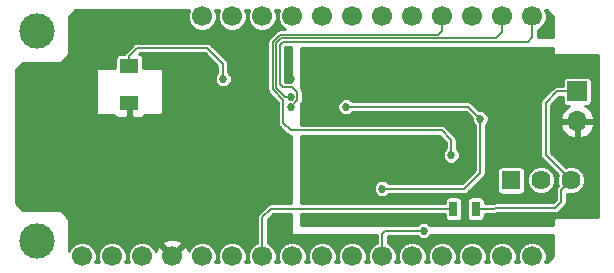
<source format=gbl>
G04 #@! TF.GenerationSoftware,KiCad,Pcbnew,(5.0.0-rc2-dev-444-g2974a2c10)*
G04 #@! TF.CreationDate,2019-10-20T12:44:52-07:00*
G04 #@! TF.ProjectId,Waveform_Gen_ADSR,57617665666F726D5F47656E5F414453,v00*
G04 #@! TF.SameCoordinates,Original*
G04 #@! TF.FileFunction,Copper,L2,Bot,Signal*
G04 #@! TF.FilePolarity,Positive*
%FSLAX46Y46*%
G04 Gerber Fmt 4.6, Leading zero omitted, Abs format (unit mm)*
G04 Created by KiCad (PCBNEW (5.0.0-rc2-dev-444-g2974a2c10)) date 10/20/19 12:44:52*
%MOMM*%
%LPD*%
G01*
G04 APERTURE LIST*
%ADD10R,1.600000X1.200000*%
%ADD11C,3.000000*%
%ADD12C,1.700000*%
%ADD13O,1.700000X1.700000*%
%ADD14R,1.700000X1.700000*%
%ADD15C,1.620000*%
%ADD16R,1.620000X1.620000*%
%ADD17R,0.700000X1.300000*%
%ADD18C,0.685800*%
%ADD19C,0.152400*%
%ADD20C,0.254000*%
G04 APERTURE END LIST*
D10*
X105591600Y-100681400D03*
X105591600Y-103881400D03*
D11*
X97790000Y-97790000D03*
X97790000Y-115570000D03*
D12*
X139700000Y-96520000D03*
X137160000Y-96520000D03*
X134620000Y-96520000D03*
X132080000Y-96520000D03*
X129540000Y-96520000D03*
X127000000Y-96520000D03*
X124460000Y-96520000D03*
X121920000Y-96520000D03*
X119380000Y-96520000D03*
X116840000Y-96520000D03*
X114300000Y-96520000D03*
X111760000Y-96520000D03*
X139700000Y-116840000D03*
X137160000Y-116840000D03*
X134620000Y-116840000D03*
X132080000Y-116840000D03*
X129540000Y-116840000D03*
X127000000Y-116840000D03*
X124460000Y-116840000D03*
X121920000Y-116840000D03*
X119380000Y-116840000D03*
X116840000Y-116840000D03*
X114300000Y-116840000D03*
X111760000Y-116840000D03*
X109220000Y-116840000D03*
X106680000Y-116840000D03*
X104140000Y-116840000D03*
X101600000Y-116840000D03*
D13*
X143510000Y-105410000D03*
D14*
X143510000Y-102870000D03*
D15*
X142980000Y-110400000D03*
X140440000Y-110400000D03*
D16*
X137900000Y-110400000D03*
D17*
X134935000Y-112801400D03*
X133035000Y-112801400D03*
D18*
X109750000Y-110350000D03*
X119253000Y-101777800D03*
X97155000Y-101600000D03*
X97155000Y-111760000D03*
X102870000Y-115316000D03*
X140970000Y-97790000D03*
X128270000Y-115443000D03*
X115570000Y-115062000D03*
X110236000Y-97790000D03*
X125730000Y-115443000D03*
X140970000Y-115443000D03*
X133350000Y-115443000D03*
X123926600Y-104165400D03*
X135300000Y-105181400D03*
X126999400Y-111099000D03*
X121412000Y-100076000D03*
X121412000Y-105156000D03*
X121412000Y-108331000D03*
X131902200Y-100609400D03*
X127000000Y-113715800D03*
X144424400Y-112801400D03*
X133908800Y-106451400D03*
X113538000Y-101803200D03*
X130505200Y-114655600D03*
X132842000Y-108254800D03*
X119253000Y-103301800D03*
X119253000Y-104165400D03*
D19*
X134284000Y-104165400D02*
X135300000Y-105181400D01*
X123926600Y-104165400D02*
X134284000Y-104165400D01*
X127484333Y-111099000D02*
X127484933Y-111099600D01*
X126999400Y-111099000D02*
X127484333Y-111099000D01*
X127484933Y-111099600D02*
X133934200Y-111099600D01*
X135300000Y-109733800D02*
X135300000Y-105181400D01*
X133934200Y-111099600D02*
X135300000Y-109733800D01*
X113538000Y-101318267D02*
X113512600Y-101292867D01*
X113538000Y-101803200D02*
X113538000Y-101318267D01*
X113512600Y-101292867D02*
X113512600Y-100507800D01*
X113512600Y-100507800D02*
X112191800Y-99187000D01*
X112191800Y-99187000D02*
X106273600Y-99187000D01*
X105591600Y-99869000D02*
X105591600Y-100681400D01*
X106273600Y-99187000D02*
X105591600Y-99869000D01*
X142980000Y-110400000D02*
X140843000Y-108263000D01*
X140843000Y-108263000D02*
X140843000Y-103809800D01*
X141782800Y-102870000D02*
X143510000Y-102870000D01*
X140843000Y-103809800D02*
X141782800Y-102870000D01*
X142170001Y-111209999D02*
X142170001Y-112210999D01*
X142980000Y-110400000D02*
X142170001Y-111209999D01*
X136555000Y-112725200D02*
X141655800Y-112725200D01*
X142170001Y-112210999D02*
X141655800Y-112725200D01*
X136478800Y-112801400D02*
X136555000Y-112725200D01*
X136478800Y-112801400D02*
X134935000Y-112801400D01*
X116840000Y-116840000D02*
X116840000Y-115637919D01*
X116840000Y-116840000D02*
X116840000Y-113538000D01*
X117576600Y-112801400D02*
X121412000Y-112801400D01*
X116840000Y-113538000D02*
X117576600Y-112801400D01*
X133035000Y-112801400D02*
X121412000Y-112801400D01*
X121412000Y-112801400D02*
X121310400Y-112801400D01*
X127000000Y-116840000D02*
X127000000Y-114935000D01*
X127279400Y-114655600D02*
X130505200Y-114655600D01*
X127000000Y-114935000D02*
X127279400Y-114655600D01*
X132842000Y-108254800D02*
X132842000Y-108254800D01*
X132842000Y-106984800D02*
X132842000Y-108254800D01*
X118643400Y-105562400D02*
X119253000Y-106172000D01*
X118643400Y-104600380D02*
X118643400Y-105562400D01*
X118641810Y-104598790D02*
X118643400Y-104600380D01*
X118641810Y-103606609D02*
X118641810Y-104598790D01*
X132080000Y-96520000D02*
X132080000Y-97722081D01*
X119253000Y-106172000D02*
X132029200Y-106172000D01*
X132080000Y-97722081D02*
X131732701Y-98069380D01*
X131732701Y-98069380D02*
X118338619Y-98069381D01*
X132029200Y-106172000D02*
X132842000Y-106984800D01*
X117729000Y-98679000D02*
X117729001Y-102693800D01*
X118338619Y-98069381D02*
X117729000Y-98679000D01*
X117729001Y-102693800D02*
X118641810Y-103606609D01*
X137160000Y-97840800D02*
X137160000Y-96520000D01*
X136880600Y-98120200D02*
X137160000Y-97840800D01*
X136626610Y-98374190D02*
X137160000Y-97840800D01*
X121285744Y-98374190D02*
X122199400Y-98374190D01*
X122199400Y-98374190D02*
X136626610Y-98374190D01*
X118464876Y-98374190D02*
X122199400Y-98374190D01*
X118033810Y-98805256D02*
X118464876Y-98374190D01*
X118033810Y-102567543D02*
X118033810Y-98805256D01*
X118768067Y-103301800D02*
X118033810Y-102567543D01*
X119253000Y-103301800D02*
X118768067Y-103301800D01*
X139700000Y-98298000D02*
X139700000Y-96520000D01*
X139319000Y-98679000D02*
X139700000Y-98298000D01*
X118591132Y-98679000D02*
X139319000Y-98679000D01*
X118338620Y-98931512D02*
X118591132Y-98679000D01*
X119824501Y-103593899D02*
X119824501Y-102908101D01*
X119824501Y-102908101D02*
X119405400Y-102489000D01*
X119405400Y-102489000D02*
X118567200Y-102489000D01*
X118567200Y-102489000D02*
X118338620Y-102260420D01*
X119253000Y-104165400D02*
X119824501Y-103593899D01*
X118338620Y-102260420D02*
X118338620Y-98931512D01*
D20*
G36*
X141478000Y-99695000D02*
X141487667Y-99743601D01*
X141515197Y-99784803D01*
X141556399Y-99812333D01*
X141605000Y-99822000D01*
X145288000Y-99822000D01*
X145288000Y-113538000D01*
X141605000Y-113538000D01*
X141556399Y-113547667D01*
X141515197Y-113575197D01*
X141487667Y-113616399D01*
X141478000Y-113665000D01*
X141478000Y-114173000D01*
X131046349Y-114173000D01*
X130915256Y-114041907D01*
X130649193Y-113931700D01*
X130361207Y-113931700D01*
X130095144Y-114041907D01*
X129964051Y-114173000D01*
X120142000Y-114173000D01*
X120142000Y-113258600D01*
X132296536Y-113258600D01*
X132296536Y-113451400D01*
X132326106Y-113600059D01*
X132410314Y-113726086D01*
X132536341Y-113810294D01*
X132685000Y-113839864D01*
X133385000Y-113839864D01*
X133533659Y-113810294D01*
X133659686Y-113726086D01*
X133743894Y-113600059D01*
X133773464Y-113451400D01*
X133773464Y-112151400D01*
X134196536Y-112151400D01*
X134196536Y-113451400D01*
X134226106Y-113600059D01*
X134310314Y-113726086D01*
X134436341Y-113810294D01*
X134585000Y-113839864D01*
X135285000Y-113839864D01*
X135433659Y-113810294D01*
X135559686Y-113726086D01*
X135643894Y-113600059D01*
X135673464Y-113451400D01*
X135673464Y-113258600D01*
X136433770Y-113258600D01*
X136478800Y-113267557D01*
X136523830Y-113258600D01*
X136657191Y-113232073D01*
X136731532Y-113182400D01*
X141610770Y-113182400D01*
X141655800Y-113191357D01*
X141700830Y-113182400D01*
X141834191Y-113155873D01*
X141985423Y-113054823D01*
X142010932Y-113016646D01*
X142461450Y-112566129D01*
X142499624Y-112540622D01*
X142600674Y-112389390D01*
X142624820Y-112268000D01*
X142636158Y-112211000D01*
X142627201Y-112165970D01*
X142627201Y-111542995D01*
X142743095Y-111591000D01*
X143216905Y-111591000D01*
X143654647Y-111409681D01*
X143989681Y-111074647D01*
X144171000Y-110636905D01*
X144171000Y-110163095D01*
X143989681Y-109725353D01*
X143654647Y-109390319D01*
X143216905Y-109209000D01*
X142743095Y-109209000D01*
X142525648Y-109299070D01*
X141300200Y-108073622D01*
X141300200Y-105766890D01*
X142068524Y-105766890D01*
X142238355Y-106176924D01*
X142628642Y-106605183D01*
X143153108Y-106851486D01*
X143383000Y-106730819D01*
X143383000Y-105537000D01*
X143637000Y-105537000D01*
X143637000Y-106730819D01*
X143866892Y-106851486D01*
X144391358Y-106605183D01*
X144781645Y-106176924D01*
X144951476Y-105766890D01*
X144830155Y-105537000D01*
X143637000Y-105537000D01*
X143383000Y-105537000D01*
X142189845Y-105537000D01*
X142068524Y-105766890D01*
X141300200Y-105766890D01*
X141300200Y-103999178D01*
X141972179Y-103327200D01*
X142271536Y-103327200D01*
X142271536Y-103720000D01*
X142301106Y-103868659D01*
X142385314Y-103994686D01*
X142511341Y-104078894D01*
X142660000Y-104108464D01*
X142855105Y-104108464D01*
X142628642Y-104214817D01*
X142238355Y-104643076D01*
X142068524Y-105053110D01*
X142189845Y-105283000D01*
X143383000Y-105283000D01*
X143383000Y-105263000D01*
X143637000Y-105263000D01*
X143637000Y-105283000D01*
X144830155Y-105283000D01*
X144951476Y-105053110D01*
X144781645Y-104643076D01*
X144391358Y-104214817D01*
X144164895Y-104108464D01*
X144360000Y-104108464D01*
X144508659Y-104078894D01*
X144634686Y-103994686D01*
X144718894Y-103868659D01*
X144748464Y-103720000D01*
X144748464Y-102020000D01*
X144718894Y-101871341D01*
X144634686Y-101745314D01*
X144508659Y-101661106D01*
X144360000Y-101631536D01*
X142660000Y-101631536D01*
X142511341Y-101661106D01*
X142385314Y-101745314D01*
X142301106Y-101871341D01*
X142271536Y-102020000D01*
X142271536Y-102412800D01*
X141827830Y-102412800D01*
X141782800Y-102403843D01*
X141737770Y-102412800D01*
X141604409Y-102439327D01*
X141453177Y-102540377D01*
X141427670Y-102578551D01*
X140551552Y-103454670D01*
X140513378Y-103480177D01*
X140487871Y-103518351D01*
X140487870Y-103518352D01*
X140412327Y-103631410D01*
X140376843Y-103809800D01*
X140385801Y-103854835D01*
X140385800Y-108217970D01*
X140376843Y-108263000D01*
X140385800Y-108308029D01*
X140412327Y-108441390D01*
X140513377Y-108592623D01*
X140551554Y-108618132D01*
X141879070Y-109945648D01*
X141789000Y-110163095D01*
X141789000Y-110636905D01*
X141879070Y-110854352D01*
X141878555Y-110854867D01*
X141840378Y-110880376D01*
X141739329Y-111031608D01*
X141739328Y-111031609D01*
X141703844Y-111209999D01*
X141712801Y-111255029D01*
X141712802Y-112021620D01*
X141466422Y-112268000D01*
X136600029Y-112268000D01*
X136554999Y-112259043D01*
X136460038Y-112277932D01*
X136376609Y-112294527D01*
X136302268Y-112344200D01*
X135673464Y-112344200D01*
X135673464Y-112151400D01*
X135643894Y-112002741D01*
X135559686Y-111876714D01*
X135433659Y-111792506D01*
X135285000Y-111762936D01*
X134585000Y-111762936D01*
X134436341Y-111792506D01*
X134310314Y-111876714D01*
X134226106Y-112002741D01*
X134196536Y-112151400D01*
X133773464Y-112151400D01*
X133743894Y-112002741D01*
X133659686Y-111876714D01*
X133533659Y-111792506D01*
X133385000Y-111762936D01*
X132685000Y-111762936D01*
X132536341Y-111792506D01*
X132410314Y-111876714D01*
X132326106Y-112002741D01*
X132296536Y-112151400D01*
X132296536Y-112344200D01*
X120142000Y-112344200D01*
X120142000Y-106629200D01*
X131839822Y-106629200D01*
X132384800Y-107174179D01*
X132384801Y-107688250D01*
X132228307Y-107844744D01*
X132118100Y-108110807D01*
X132118100Y-108398793D01*
X132228307Y-108664856D01*
X132431944Y-108868493D01*
X132698007Y-108978700D01*
X132985993Y-108978700D01*
X133252056Y-108868493D01*
X133455693Y-108664856D01*
X133565900Y-108398793D01*
X133565900Y-108110807D01*
X133455693Y-107844744D01*
X133299200Y-107688251D01*
X133299200Y-107029830D01*
X133308157Y-106984800D01*
X133272673Y-106806409D01*
X133197130Y-106693351D01*
X133171623Y-106655177D01*
X133133449Y-106629670D01*
X132384332Y-105880554D01*
X132358823Y-105842377D01*
X132207591Y-105741327D01*
X132074230Y-105714800D01*
X132029200Y-105705843D01*
X131984170Y-105714800D01*
X120142000Y-105714800D01*
X120142000Y-104021407D01*
X123202700Y-104021407D01*
X123202700Y-104309393D01*
X123312907Y-104575456D01*
X123516544Y-104779093D01*
X123782607Y-104889300D01*
X124070593Y-104889300D01*
X124336656Y-104779093D01*
X124493149Y-104622600D01*
X134094622Y-104622600D01*
X134576100Y-105104079D01*
X134576100Y-105325393D01*
X134686307Y-105591456D01*
X134842801Y-105747950D01*
X134842800Y-109544421D01*
X133744822Y-110642400D01*
X127566549Y-110642400D01*
X127409456Y-110485307D01*
X127143393Y-110375100D01*
X126855407Y-110375100D01*
X126589344Y-110485307D01*
X126385707Y-110688944D01*
X126275500Y-110955007D01*
X126275500Y-111242993D01*
X126385707Y-111509056D01*
X126589344Y-111712693D01*
X126855407Y-111822900D01*
X127143393Y-111822900D01*
X127409456Y-111712693D01*
X127565349Y-111556800D01*
X133889170Y-111556800D01*
X133934200Y-111565757D01*
X133979230Y-111556800D01*
X134112591Y-111530273D01*
X134263823Y-111429223D01*
X134289332Y-111391046D01*
X135591449Y-110088930D01*
X135629623Y-110063423D01*
X135730673Y-109912191D01*
X135757200Y-109778830D01*
X135757200Y-109778829D01*
X135766157Y-109733800D01*
X135757200Y-109688770D01*
X135757200Y-109590000D01*
X136701536Y-109590000D01*
X136701536Y-111210000D01*
X136731106Y-111358659D01*
X136815314Y-111484686D01*
X136941341Y-111568894D01*
X137090000Y-111598464D01*
X138710000Y-111598464D01*
X138858659Y-111568894D01*
X138984686Y-111484686D01*
X139068894Y-111358659D01*
X139098464Y-111210000D01*
X139098464Y-110163095D01*
X139249000Y-110163095D01*
X139249000Y-110636905D01*
X139430319Y-111074647D01*
X139765353Y-111409681D01*
X140203095Y-111591000D01*
X140676905Y-111591000D01*
X141114647Y-111409681D01*
X141449681Y-111074647D01*
X141631000Y-110636905D01*
X141631000Y-110163095D01*
X141449681Y-109725353D01*
X141114647Y-109390319D01*
X140676905Y-109209000D01*
X140203095Y-109209000D01*
X139765353Y-109390319D01*
X139430319Y-109725353D01*
X139249000Y-110163095D01*
X139098464Y-110163095D01*
X139098464Y-109590000D01*
X139068894Y-109441341D01*
X138984686Y-109315314D01*
X138858659Y-109231106D01*
X138710000Y-109201536D01*
X137090000Y-109201536D01*
X136941341Y-109231106D01*
X136815314Y-109315314D01*
X136731106Y-109441341D01*
X136701536Y-109590000D01*
X135757200Y-109590000D01*
X135757200Y-105747949D01*
X135913693Y-105591456D01*
X136023900Y-105325393D01*
X136023900Y-105037407D01*
X135913693Y-104771344D01*
X135710056Y-104567707D01*
X135443993Y-104457500D01*
X135222679Y-104457500D01*
X134639132Y-103873954D01*
X134613623Y-103835777D01*
X134462391Y-103734727D01*
X134329030Y-103708200D01*
X134284000Y-103699243D01*
X134238970Y-103708200D01*
X124493149Y-103708200D01*
X124336656Y-103551707D01*
X124070593Y-103441500D01*
X123782607Y-103441500D01*
X123516544Y-103551707D01*
X123312907Y-103755344D01*
X123202700Y-104021407D01*
X120142000Y-104021407D01*
X120142000Y-103931623D01*
X120154124Y-103923522D01*
X120255174Y-103772290D01*
X120281701Y-103638929D01*
X120281701Y-103638925D01*
X120290657Y-103593900D01*
X120281701Y-103548875D01*
X120281701Y-102953130D01*
X120290658Y-102908100D01*
X120255174Y-102729710D01*
X120179631Y-102616652D01*
X120154124Y-102578478D01*
X120142000Y-102570377D01*
X120142000Y-99187000D01*
X141478000Y-99187000D01*
X141478000Y-99695000D01*
X141478000Y-99695000D01*
G37*
X141478000Y-99695000D02*
X141487667Y-99743601D01*
X141515197Y-99784803D01*
X141556399Y-99812333D01*
X141605000Y-99822000D01*
X145288000Y-99822000D01*
X145288000Y-113538000D01*
X141605000Y-113538000D01*
X141556399Y-113547667D01*
X141515197Y-113575197D01*
X141487667Y-113616399D01*
X141478000Y-113665000D01*
X141478000Y-114173000D01*
X131046349Y-114173000D01*
X130915256Y-114041907D01*
X130649193Y-113931700D01*
X130361207Y-113931700D01*
X130095144Y-114041907D01*
X129964051Y-114173000D01*
X120142000Y-114173000D01*
X120142000Y-113258600D01*
X132296536Y-113258600D01*
X132296536Y-113451400D01*
X132326106Y-113600059D01*
X132410314Y-113726086D01*
X132536341Y-113810294D01*
X132685000Y-113839864D01*
X133385000Y-113839864D01*
X133533659Y-113810294D01*
X133659686Y-113726086D01*
X133743894Y-113600059D01*
X133773464Y-113451400D01*
X133773464Y-112151400D01*
X134196536Y-112151400D01*
X134196536Y-113451400D01*
X134226106Y-113600059D01*
X134310314Y-113726086D01*
X134436341Y-113810294D01*
X134585000Y-113839864D01*
X135285000Y-113839864D01*
X135433659Y-113810294D01*
X135559686Y-113726086D01*
X135643894Y-113600059D01*
X135673464Y-113451400D01*
X135673464Y-113258600D01*
X136433770Y-113258600D01*
X136478800Y-113267557D01*
X136523830Y-113258600D01*
X136657191Y-113232073D01*
X136731532Y-113182400D01*
X141610770Y-113182400D01*
X141655800Y-113191357D01*
X141700830Y-113182400D01*
X141834191Y-113155873D01*
X141985423Y-113054823D01*
X142010932Y-113016646D01*
X142461450Y-112566129D01*
X142499624Y-112540622D01*
X142600674Y-112389390D01*
X142624820Y-112268000D01*
X142636158Y-112211000D01*
X142627201Y-112165970D01*
X142627201Y-111542995D01*
X142743095Y-111591000D01*
X143216905Y-111591000D01*
X143654647Y-111409681D01*
X143989681Y-111074647D01*
X144171000Y-110636905D01*
X144171000Y-110163095D01*
X143989681Y-109725353D01*
X143654647Y-109390319D01*
X143216905Y-109209000D01*
X142743095Y-109209000D01*
X142525648Y-109299070D01*
X141300200Y-108073622D01*
X141300200Y-105766890D01*
X142068524Y-105766890D01*
X142238355Y-106176924D01*
X142628642Y-106605183D01*
X143153108Y-106851486D01*
X143383000Y-106730819D01*
X143383000Y-105537000D01*
X143637000Y-105537000D01*
X143637000Y-106730819D01*
X143866892Y-106851486D01*
X144391358Y-106605183D01*
X144781645Y-106176924D01*
X144951476Y-105766890D01*
X144830155Y-105537000D01*
X143637000Y-105537000D01*
X143383000Y-105537000D01*
X142189845Y-105537000D01*
X142068524Y-105766890D01*
X141300200Y-105766890D01*
X141300200Y-103999178D01*
X141972179Y-103327200D01*
X142271536Y-103327200D01*
X142271536Y-103720000D01*
X142301106Y-103868659D01*
X142385314Y-103994686D01*
X142511341Y-104078894D01*
X142660000Y-104108464D01*
X142855105Y-104108464D01*
X142628642Y-104214817D01*
X142238355Y-104643076D01*
X142068524Y-105053110D01*
X142189845Y-105283000D01*
X143383000Y-105283000D01*
X143383000Y-105263000D01*
X143637000Y-105263000D01*
X143637000Y-105283000D01*
X144830155Y-105283000D01*
X144951476Y-105053110D01*
X144781645Y-104643076D01*
X144391358Y-104214817D01*
X144164895Y-104108464D01*
X144360000Y-104108464D01*
X144508659Y-104078894D01*
X144634686Y-103994686D01*
X144718894Y-103868659D01*
X144748464Y-103720000D01*
X144748464Y-102020000D01*
X144718894Y-101871341D01*
X144634686Y-101745314D01*
X144508659Y-101661106D01*
X144360000Y-101631536D01*
X142660000Y-101631536D01*
X142511341Y-101661106D01*
X142385314Y-101745314D01*
X142301106Y-101871341D01*
X142271536Y-102020000D01*
X142271536Y-102412800D01*
X141827830Y-102412800D01*
X141782800Y-102403843D01*
X141737770Y-102412800D01*
X141604409Y-102439327D01*
X141453177Y-102540377D01*
X141427670Y-102578551D01*
X140551552Y-103454670D01*
X140513378Y-103480177D01*
X140487871Y-103518351D01*
X140487870Y-103518352D01*
X140412327Y-103631410D01*
X140376843Y-103809800D01*
X140385801Y-103854835D01*
X140385800Y-108217970D01*
X140376843Y-108263000D01*
X140385800Y-108308029D01*
X140412327Y-108441390D01*
X140513377Y-108592623D01*
X140551554Y-108618132D01*
X141879070Y-109945648D01*
X141789000Y-110163095D01*
X141789000Y-110636905D01*
X141879070Y-110854352D01*
X141878555Y-110854867D01*
X141840378Y-110880376D01*
X141739329Y-111031608D01*
X141739328Y-111031609D01*
X141703844Y-111209999D01*
X141712801Y-111255029D01*
X141712802Y-112021620D01*
X141466422Y-112268000D01*
X136600029Y-112268000D01*
X136554999Y-112259043D01*
X136460038Y-112277932D01*
X136376609Y-112294527D01*
X136302268Y-112344200D01*
X135673464Y-112344200D01*
X135673464Y-112151400D01*
X135643894Y-112002741D01*
X135559686Y-111876714D01*
X135433659Y-111792506D01*
X135285000Y-111762936D01*
X134585000Y-111762936D01*
X134436341Y-111792506D01*
X134310314Y-111876714D01*
X134226106Y-112002741D01*
X134196536Y-112151400D01*
X133773464Y-112151400D01*
X133743894Y-112002741D01*
X133659686Y-111876714D01*
X133533659Y-111792506D01*
X133385000Y-111762936D01*
X132685000Y-111762936D01*
X132536341Y-111792506D01*
X132410314Y-111876714D01*
X132326106Y-112002741D01*
X132296536Y-112151400D01*
X132296536Y-112344200D01*
X120142000Y-112344200D01*
X120142000Y-106629200D01*
X131839822Y-106629200D01*
X132384800Y-107174179D01*
X132384801Y-107688250D01*
X132228307Y-107844744D01*
X132118100Y-108110807D01*
X132118100Y-108398793D01*
X132228307Y-108664856D01*
X132431944Y-108868493D01*
X132698007Y-108978700D01*
X132985993Y-108978700D01*
X133252056Y-108868493D01*
X133455693Y-108664856D01*
X133565900Y-108398793D01*
X133565900Y-108110807D01*
X133455693Y-107844744D01*
X133299200Y-107688251D01*
X133299200Y-107029830D01*
X133308157Y-106984800D01*
X133272673Y-106806409D01*
X133197130Y-106693351D01*
X133171623Y-106655177D01*
X133133449Y-106629670D01*
X132384332Y-105880554D01*
X132358823Y-105842377D01*
X132207591Y-105741327D01*
X132074230Y-105714800D01*
X132029200Y-105705843D01*
X131984170Y-105714800D01*
X120142000Y-105714800D01*
X120142000Y-104021407D01*
X123202700Y-104021407D01*
X123202700Y-104309393D01*
X123312907Y-104575456D01*
X123516544Y-104779093D01*
X123782607Y-104889300D01*
X124070593Y-104889300D01*
X124336656Y-104779093D01*
X124493149Y-104622600D01*
X134094622Y-104622600D01*
X134576100Y-105104079D01*
X134576100Y-105325393D01*
X134686307Y-105591456D01*
X134842801Y-105747950D01*
X134842800Y-109544421D01*
X133744822Y-110642400D01*
X127566549Y-110642400D01*
X127409456Y-110485307D01*
X127143393Y-110375100D01*
X126855407Y-110375100D01*
X126589344Y-110485307D01*
X126385707Y-110688944D01*
X126275500Y-110955007D01*
X126275500Y-111242993D01*
X126385707Y-111509056D01*
X126589344Y-111712693D01*
X126855407Y-111822900D01*
X127143393Y-111822900D01*
X127409456Y-111712693D01*
X127565349Y-111556800D01*
X133889170Y-111556800D01*
X133934200Y-111565757D01*
X133979230Y-111556800D01*
X134112591Y-111530273D01*
X134263823Y-111429223D01*
X134289332Y-111391046D01*
X135591449Y-110088930D01*
X135629623Y-110063423D01*
X135730673Y-109912191D01*
X135757200Y-109778830D01*
X135757200Y-109778829D01*
X135766157Y-109733800D01*
X135757200Y-109688770D01*
X135757200Y-109590000D01*
X136701536Y-109590000D01*
X136701536Y-111210000D01*
X136731106Y-111358659D01*
X136815314Y-111484686D01*
X136941341Y-111568894D01*
X137090000Y-111598464D01*
X138710000Y-111598464D01*
X138858659Y-111568894D01*
X138984686Y-111484686D01*
X139068894Y-111358659D01*
X139098464Y-111210000D01*
X139098464Y-110163095D01*
X139249000Y-110163095D01*
X139249000Y-110636905D01*
X139430319Y-111074647D01*
X139765353Y-111409681D01*
X140203095Y-111591000D01*
X140676905Y-111591000D01*
X141114647Y-111409681D01*
X141449681Y-111074647D01*
X141631000Y-110636905D01*
X141631000Y-110163095D01*
X141449681Y-109725353D01*
X141114647Y-109390319D01*
X140676905Y-109209000D01*
X140203095Y-109209000D01*
X139765353Y-109390319D01*
X139430319Y-109725353D01*
X139249000Y-110163095D01*
X139098464Y-110163095D01*
X139098464Y-109590000D01*
X139068894Y-109441341D01*
X138984686Y-109315314D01*
X138858659Y-109231106D01*
X138710000Y-109201536D01*
X137090000Y-109201536D01*
X136941341Y-109231106D01*
X136815314Y-109315314D01*
X136731106Y-109441341D01*
X136701536Y-109590000D01*
X135757200Y-109590000D01*
X135757200Y-105747949D01*
X135913693Y-105591456D01*
X136023900Y-105325393D01*
X136023900Y-105037407D01*
X135913693Y-104771344D01*
X135710056Y-104567707D01*
X135443993Y-104457500D01*
X135222679Y-104457500D01*
X134639132Y-103873954D01*
X134613623Y-103835777D01*
X134462391Y-103734727D01*
X134329030Y-103708200D01*
X134284000Y-103699243D01*
X134238970Y-103708200D01*
X124493149Y-103708200D01*
X124336656Y-103551707D01*
X124070593Y-103441500D01*
X123782607Y-103441500D01*
X123516544Y-103551707D01*
X123312907Y-103755344D01*
X123202700Y-104021407D01*
X120142000Y-104021407D01*
X120142000Y-103931623D01*
X120154124Y-103923522D01*
X120255174Y-103772290D01*
X120281701Y-103638929D01*
X120281701Y-103638925D01*
X120290657Y-103593900D01*
X120281701Y-103548875D01*
X120281701Y-102953130D01*
X120290658Y-102908100D01*
X120255174Y-102729710D01*
X120179631Y-102616652D01*
X120154124Y-102578478D01*
X120142000Y-102570377D01*
X120142000Y-99187000D01*
X141478000Y-99187000D01*
X141478000Y-99695000D01*
G36*
X119253000Y-114935000D02*
X119262667Y-114983601D01*
X119290197Y-115024803D01*
X119331399Y-115052333D01*
X119380000Y-115062000D01*
X126542801Y-115062000D01*
X126542801Y-115696953D01*
X126302694Y-115796408D01*
X125956408Y-116142694D01*
X125769000Y-116595139D01*
X125769000Y-117084861D01*
X125877995Y-117348000D01*
X125582005Y-117348000D01*
X125691000Y-117084861D01*
X125691000Y-116595139D01*
X125503592Y-116142694D01*
X125157306Y-115796408D01*
X124704861Y-115609000D01*
X124215139Y-115609000D01*
X123762694Y-115796408D01*
X123416408Y-116142694D01*
X123229000Y-116595139D01*
X123229000Y-117084861D01*
X123337995Y-117348000D01*
X123042005Y-117348000D01*
X123151000Y-117084861D01*
X123151000Y-116595139D01*
X122963592Y-116142694D01*
X122617306Y-115796408D01*
X122164861Y-115609000D01*
X121675139Y-115609000D01*
X121222694Y-115796408D01*
X120876408Y-116142694D01*
X120689000Y-116595139D01*
X120689000Y-117084861D01*
X120797995Y-117348000D01*
X120502005Y-117348000D01*
X120611000Y-117084861D01*
X120611000Y-116595139D01*
X120423592Y-116142694D01*
X120077306Y-115796408D01*
X119624861Y-115609000D01*
X119135139Y-115609000D01*
X118682694Y-115796408D01*
X118336408Y-116142694D01*
X118149000Y-116595139D01*
X118149000Y-117084861D01*
X118257995Y-117348000D01*
X117962005Y-117348000D01*
X118071000Y-117084861D01*
X118071000Y-116595139D01*
X117883592Y-116142694D01*
X117537306Y-115796408D01*
X117297200Y-115696953D01*
X117297200Y-113727378D01*
X117765978Y-113258600D01*
X119253000Y-113258600D01*
X119253000Y-114935000D01*
X119253000Y-114935000D01*
G37*
X119253000Y-114935000D02*
X119262667Y-114983601D01*
X119290197Y-115024803D01*
X119331399Y-115052333D01*
X119380000Y-115062000D01*
X126542801Y-115062000D01*
X126542801Y-115696953D01*
X126302694Y-115796408D01*
X125956408Y-116142694D01*
X125769000Y-116595139D01*
X125769000Y-117084861D01*
X125877995Y-117348000D01*
X125582005Y-117348000D01*
X125691000Y-117084861D01*
X125691000Y-116595139D01*
X125503592Y-116142694D01*
X125157306Y-115796408D01*
X124704861Y-115609000D01*
X124215139Y-115609000D01*
X123762694Y-115796408D01*
X123416408Y-116142694D01*
X123229000Y-116595139D01*
X123229000Y-117084861D01*
X123337995Y-117348000D01*
X123042005Y-117348000D01*
X123151000Y-117084861D01*
X123151000Y-116595139D01*
X122963592Y-116142694D01*
X122617306Y-115796408D01*
X122164861Y-115609000D01*
X121675139Y-115609000D01*
X121222694Y-115796408D01*
X120876408Y-116142694D01*
X120689000Y-116595139D01*
X120689000Y-117084861D01*
X120797995Y-117348000D01*
X120502005Y-117348000D01*
X120611000Y-117084861D01*
X120611000Y-116595139D01*
X120423592Y-116142694D01*
X120077306Y-115796408D01*
X119624861Y-115609000D01*
X119135139Y-115609000D01*
X118682694Y-115796408D01*
X118336408Y-116142694D01*
X118149000Y-116595139D01*
X118149000Y-117084861D01*
X118257995Y-117348000D01*
X117962005Y-117348000D01*
X118071000Y-117084861D01*
X118071000Y-116595139D01*
X117883592Y-116142694D01*
X117537306Y-115796408D01*
X117297200Y-115696953D01*
X117297200Y-113727378D01*
X117765978Y-113258600D01*
X119253000Y-113258600D01*
X119253000Y-114935000D01*
G36*
X110529000Y-96275139D02*
X110529000Y-96764861D01*
X110716408Y-97217306D01*
X111062694Y-97563592D01*
X111515139Y-97751000D01*
X112004861Y-97751000D01*
X112457306Y-97563592D01*
X112803592Y-97217306D01*
X112991000Y-96764861D01*
X112991000Y-96275139D01*
X112882005Y-96012000D01*
X113177995Y-96012000D01*
X113069000Y-96275139D01*
X113069000Y-96764861D01*
X113256408Y-97217306D01*
X113602694Y-97563592D01*
X114055139Y-97751000D01*
X114544861Y-97751000D01*
X114997306Y-97563592D01*
X115343592Y-97217306D01*
X115531000Y-96764861D01*
X115531000Y-96275139D01*
X115422005Y-96012000D01*
X115717995Y-96012000D01*
X115609000Y-96275139D01*
X115609000Y-96764861D01*
X115796408Y-97217306D01*
X116142694Y-97563592D01*
X116595139Y-97751000D01*
X117084861Y-97751000D01*
X117537306Y-97563592D01*
X117883592Y-97217306D01*
X118071000Y-96764861D01*
X118071000Y-96275139D01*
X117962005Y-96012000D01*
X118257995Y-96012000D01*
X118149000Y-96275139D01*
X118149000Y-96764861D01*
X118336408Y-97217306D01*
X118682694Y-97563592D01*
X118800001Y-97612182D01*
X118383648Y-97612182D01*
X118338618Y-97603225D01*
X118160238Y-97638707D01*
X118160228Y-97638709D01*
X118008996Y-97739759D01*
X117983490Y-97777932D01*
X117437552Y-98323870D01*
X117399377Y-98349378D01*
X117373870Y-98387552D01*
X117298327Y-98500610D01*
X117262843Y-98679000D01*
X117271800Y-98724030D01*
X117271802Y-102648765D01*
X117262844Y-102693800D01*
X117298328Y-102872190D01*
X117373871Y-102985248D01*
X117399379Y-103023423D01*
X117437553Y-103048930D01*
X118184610Y-103795988D01*
X118184611Y-104553756D01*
X118175653Y-104598790D01*
X118186200Y-104651814D01*
X118186201Y-105517366D01*
X118177243Y-105562400D01*
X118212727Y-105740790D01*
X118280606Y-105842378D01*
X118313778Y-105892023D01*
X118351952Y-105917530D01*
X118897868Y-106463446D01*
X118923377Y-106501623D01*
X119001955Y-106554127D01*
X119074609Y-106602673D01*
X119253000Y-106638157D01*
X119253000Y-112344200D01*
X117621630Y-112344200D01*
X117576600Y-112335243D01*
X117531570Y-112344200D01*
X117398209Y-112370727D01*
X117246977Y-112471777D01*
X117221468Y-112509954D01*
X116548552Y-113182870D01*
X116510378Y-113208377D01*
X116484871Y-113246551D01*
X116484870Y-113246552D01*
X116409327Y-113359610D01*
X116373843Y-113538000D01*
X116382801Y-113583035D01*
X116382800Y-115696953D01*
X116142694Y-115796408D01*
X115796408Y-116142694D01*
X115609000Y-116595139D01*
X115609000Y-117084861D01*
X115717995Y-117348000D01*
X115422005Y-117348000D01*
X115531000Y-117084861D01*
X115531000Y-116595139D01*
X115343592Y-116142694D01*
X114997306Y-115796408D01*
X114544861Y-115609000D01*
X114055139Y-115609000D01*
X113602694Y-115796408D01*
X113256408Y-116142694D01*
X113069000Y-116595139D01*
X113069000Y-117084861D01*
X113177995Y-117348000D01*
X112882005Y-117348000D01*
X112991000Y-117084861D01*
X112991000Y-116595139D01*
X112803592Y-116142694D01*
X112457306Y-115796408D01*
X112004861Y-115609000D01*
X111515139Y-115609000D01*
X111062694Y-115796408D01*
X110716408Y-116142694D01*
X110633805Y-116342116D01*
X110515259Y-116055920D01*
X110263958Y-115975647D01*
X109399605Y-116840000D01*
X109413748Y-116854143D01*
X109234143Y-117033748D01*
X109220000Y-117019605D01*
X109205858Y-117033748D01*
X109026253Y-116854143D01*
X109040395Y-116840000D01*
X108176042Y-115975647D01*
X107924741Y-116055920D01*
X107814046Y-116361071D01*
X107723592Y-116142694D01*
X107377306Y-115796408D01*
X107376423Y-115796042D01*
X108355647Y-115796042D01*
X109220000Y-116660395D01*
X110084353Y-115796042D01*
X110004080Y-115544741D01*
X109448721Y-115343282D01*
X108858542Y-115369685D01*
X108435920Y-115544741D01*
X108355647Y-115796042D01*
X107376423Y-115796042D01*
X106924861Y-115609000D01*
X106435139Y-115609000D01*
X105982694Y-115796408D01*
X105636408Y-116142694D01*
X105449000Y-116595139D01*
X105449000Y-117084861D01*
X105557995Y-117348000D01*
X105262005Y-117348000D01*
X105371000Y-117084861D01*
X105371000Y-116595139D01*
X105183592Y-116142694D01*
X104837306Y-115796408D01*
X104384861Y-115609000D01*
X103895139Y-115609000D01*
X103442694Y-115796408D01*
X103096408Y-116142694D01*
X102909000Y-116595139D01*
X102909000Y-117084861D01*
X103017995Y-117348000D01*
X102722005Y-117348000D01*
X102831000Y-117084861D01*
X102831000Y-116595139D01*
X102643592Y-116142694D01*
X102297306Y-115796408D01*
X101844861Y-115609000D01*
X101355139Y-115609000D01*
X100902694Y-115796408D01*
X100556408Y-116142694D01*
X100457000Y-116382687D01*
X100457000Y-113665000D01*
X100447333Y-113616399D01*
X100419803Y-113575197D01*
X99784803Y-112940197D01*
X99743601Y-112912667D01*
X99695000Y-112903000D01*
X96572606Y-112903000D01*
X96012000Y-112342394D01*
X96012000Y-101017606D01*
X96029606Y-101000000D01*
X102773000Y-101000000D01*
X102773000Y-104700000D01*
X102782667Y-104748601D01*
X102810197Y-104789803D01*
X102851399Y-104817333D01*
X102900000Y-104827000D01*
X104247433Y-104827000D01*
X104253273Y-104841099D01*
X104431902Y-105019727D01*
X104665291Y-105116400D01*
X105305850Y-105116400D01*
X105464600Y-104957650D01*
X105464600Y-104008400D01*
X105444600Y-104008400D01*
X105444600Y-103754400D01*
X105464600Y-103754400D01*
X105464600Y-103734400D01*
X105718600Y-103734400D01*
X105718600Y-103754400D01*
X105738600Y-103754400D01*
X105738600Y-104008400D01*
X105718600Y-104008400D01*
X105718600Y-104957650D01*
X105877350Y-105116400D01*
X106517909Y-105116400D01*
X106751298Y-105019727D01*
X106929927Y-104841099D01*
X106935767Y-104827000D01*
X108300000Y-104827000D01*
X108348601Y-104817333D01*
X108389803Y-104789803D01*
X108417333Y-104748601D01*
X108427000Y-104700000D01*
X108427000Y-101000000D01*
X108417333Y-100951399D01*
X108389803Y-100910197D01*
X108348601Y-100882667D01*
X108300000Y-100873000D01*
X106780064Y-100873000D01*
X106780064Y-100081400D01*
X106750494Y-99932741D01*
X106666286Y-99806714D01*
X106540259Y-99722506D01*
X106410485Y-99696693D01*
X106462978Y-99644200D01*
X112002422Y-99644200D01*
X113055401Y-100697180D01*
X113055400Y-101247837D01*
X113051871Y-101265580D01*
X112924307Y-101393144D01*
X112814100Y-101659207D01*
X112814100Y-101947193D01*
X112924307Y-102213256D01*
X113127944Y-102416893D01*
X113394007Y-102527100D01*
X113681993Y-102527100D01*
X113948056Y-102416893D01*
X114151693Y-102213256D01*
X114261900Y-101947193D01*
X114261900Y-101659207D01*
X114151693Y-101393144D01*
X113986116Y-101227567D01*
X113969800Y-101145543D01*
X113969800Y-100552829D01*
X113978757Y-100507799D01*
X113943273Y-100329409D01*
X113867730Y-100216351D01*
X113842223Y-100178177D01*
X113804049Y-100152670D01*
X112546932Y-98895554D01*
X112521423Y-98857377D01*
X112370191Y-98756327D01*
X112236830Y-98729800D01*
X112191800Y-98720843D01*
X112146770Y-98729800D01*
X106318630Y-98729800D01*
X106273600Y-98720843D01*
X106228570Y-98729800D01*
X106095209Y-98756327D01*
X105943977Y-98857377D01*
X105918468Y-98895554D01*
X105300154Y-99513868D01*
X105261977Y-99539377D01*
X105209662Y-99617673D01*
X105160927Y-99690610D01*
X105160464Y-99692936D01*
X104791600Y-99692936D01*
X104642941Y-99722506D01*
X104516914Y-99806714D01*
X104432706Y-99932741D01*
X104403136Y-100081400D01*
X104403136Y-100873000D01*
X102900000Y-100873000D01*
X102851399Y-100882667D01*
X102810197Y-100910197D01*
X102782667Y-100951399D01*
X102773000Y-101000000D01*
X96029606Y-101000000D01*
X96572606Y-100457000D01*
X99695000Y-100457000D01*
X99743601Y-100447333D01*
X99784803Y-100419803D01*
X100419803Y-99784803D01*
X100447333Y-99743601D01*
X100457000Y-99695000D01*
X100457000Y-96572606D01*
X101017606Y-96012000D01*
X110637995Y-96012000D01*
X110529000Y-96275139D01*
X110529000Y-96275139D01*
G37*
X110529000Y-96275139D02*
X110529000Y-96764861D01*
X110716408Y-97217306D01*
X111062694Y-97563592D01*
X111515139Y-97751000D01*
X112004861Y-97751000D01*
X112457306Y-97563592D01*
X112803592Y-97217306D01*
X112991000Y-96764861D01*
X112991000Y-96275139D01*
X112882005Y-96012000D01*
X113177995Y-96012000D01*
X113069000Y-96275139D01*
X113069000Y-96764861D01*
X113256408Y-97217306D01*
X113602694Y-97563592D01*
X114055139Y-97751000D01*
X114544861Y-97751000D01*
X114997306Y-97563592D01*
X115343592Y-97217306D01*
X115531000Y-96764861D01*
X115531000Y-96275139D01*
X115422005Y-96012000D01*
X115717995Y-96012000D01*
X115609000Y-96275139D01*
X115609000Y-96764861D01*
X115796408Y-97217306D01*
X116142694Y-97563592D01*
X116595139Y-97751000D01*
X117084861Y-97751000D01*
X117537306Y-97563592D01*
X117883592Y-97217306D01*
X118071000Y-96764861D01*
X118071000Y-96275139D01*
X117962005Y-96012000D01*
X118257995Y-96012000D01*
X118149000Y-96275139D01*
X118149000Y-96764861D01*
X118336408Y-97217306D01*
X118682694Y-97563592D01*
X118800001Y-97612182D01*
X118383648Y-97612182D01*
X118338618Y-97603225D01*
X118160238Y-97638707D01*
X118160228Y-97638709D01*
X118008996Y-97739759D01*
X117983490Y-97777932D01*
X117437552Y-98323870D01*
X117399377Y-98349378D01*
X117373870Y-98387552D01*
X117298327Y-98500610D01*
X117262843Y-98679000D01*
X117271800Y-98724030D01*
X117271802Y-102648765D01*
X117262844Y-102693800D01*
X117298328Y-102872190D01*
X117373871Y-102985248D01*
X117399379Y-103023423D01*
X117437553Y-103048930D01*
X118184610Y-103795988D01*
X118184611Y-104553756D01*
X118175653Y-104598790D01*
X118186200Y-104651814D01*
X118186201Y-105517366D01*
X118177243Y-105562400D01*
X118212727Y-105740790D01*
X118280606Y-105842378D01*
X118313778Y-105892023D01*
X118351952Y-105917530D01*
X118897868Y-106463446D01*
X118923377Y-106501623D01*
X119001955Y-106554127D01*
X119074609Y-106602673D01*
X119253000Y-106638157D01*
X119253000Y-112344200D01*
X117621630Y-112344200D01*
X117576600Y-112335243D01*
X117531570Y-112344200D01*
X117398209Y-112370727D01*
X117246977Y-112471777D01*
X117221468Y-112509954D01*
X116548552Y-113182870D01*
X116510378Y-113208377D01*
X116484871Y-113246551D01*
X116484870Y-113246552D01*
X116409327Y-113359610D01*
X116373843Y-113538000D01*
X116382801Y-113583035D01*
X116382800Y-115696953D01*
X116142694Y-115796408D01*
X115796408Y-116142694D01*
X115609000Y-116595139D01*
X115609000Y-117084861D01*
X115717995Y-117348000D01*
X115422005Y-117348000D01*
X115531000Y-117084861D01*
X115531000Y-116595139D01*
X115343592Y-116142694D01*
X114997306Y-115796408D01*
X114544861Y-115609000D01*
X114055139Y-115609000D01*
X113602694Y-115796408D01*
X113256408Y-116142694D01*
X113069000Y-116595139D01*
X113069000Y-117084861D01*
X113177995Y-117348000D01*
X112882005Y-117348000D01*
X112991000Y-117084861D01*
X112991000Y-116595139D01*
X112803592Y-116142694D01*
X112457306Y-115796408D01*
X112004861Y-115609000D01*
X111515139Y-115609000D01*
X111062694Y-115796408D01*
X110716408Y-116142694D01*
X110633805Y-116342116D01*
X110515259Y-116055920D01*
X110263958Y-115975647D01*
X109399605Y-116840000D01*
X109413748Y-116854143D01*
X109234143Y-117033748D01*
X109220000Y-117019605D01*
X109205858Y-117033748D01*
X109026253Y-116854143D01*
X109040395Y-116840000D01*
X108176042Y-115975647D01*
X107924741Y-116055920D01*
X107814046Y-116361071D01*
X107723592Y-116142694D01*
X107377306Y-115796408D01*
X107376423Y-115796042D01*
X108355647Y-115796042D01*
X109220000Y-116660395D01*
X110084353Y-115796042D01*
X110004080Y-115544741D01*
X109448721Y-115343282D01*
X108858542Y-115369685D01*
X108435920Y-115544741D01*
X108355647Y-115796042D01*
X107376423Y-115796042D01*
X106924861Y-115609000D01*
X106435139Y-115609000D01*
X105982694Y-115796408D01*
X105636408Y-116142694D01*
X105449000Y-116595139D01*
X105449000Y-117084861D01*
X105557995Y-117348000D01*
X105262005Y-117348000D01*
X105371000Y-117084861D01*
X105371000Y-116595139D01*
X105183592Y-116142694D01*
X104837306Y-115796408D01*
X104384861Y-115609000D01*
X103895139Y-115609000D01*
X103442694Y-115796408D01*
X103096408Y-116142694D01*
X102909000Y-116595139D01*
X102909000Y-117084861D01*
X103017995Y-117348000D01*
X102722005Y-117348000D01*
X102831000Y-117084861D01*
X102831000Y-116595139D01*
X102643592Y-116142694D01*
X102297306Y-115796408D01*
X101844861Y-115609000D01*
X101355139Y-115609000D01*
X100902694Y-115796408D01*
X100556408Y-116142694D01*
X100457000Y-116382687D01*
X100457000Y-113665000D01*
X100447333Y-113616399D01*
X100419803Y-113575197D01*
X99784803Y-112940197D01*
X99743601Y-112912667D01*
X99695000Y-112903000D01*
X96572606Y-112903000D01*
X96012000Y-112342394D01*
X96012000Y-101017606D01*
X96029606Y-101000000D01*
X102773000Y-101000000D01*
X102773000Y-104700000D01*
X102782667Y-104748601D01*
X102810197Y-104789803D01*
X102851399Y-104817333D01*
X102900000Y-104827000D01*
X104247433Y-104827000D01*
X104253273Y-104841099D01*
X104431902Y-105019727D01*
X104665291Y-105116400D01*
X105305850Y-105116400D01*
X105464600Y-104957650D01*
X105464600Y-104008400D01*
X105444600Y-104008400D01*
X105444600Y-103754400D01*
X105464600Y-103754400D01*
X105464600Y-103734400D01*
X105718600Y-103734400D01*
X105718600Y-103754400D01*
X105738600Y-103754400D01*
X105738600Y-104008400D01*
X105718600Y-104008400D01*
X105718600Y-104957650D01*
X105877350Y-105116400D01*
X106517909Y-105116400D01*
X106751298Y-105019727D01*
X106929927Y-104841099D01*
X106935767Y-104827000D01*
X108300000Y-104827000D01*
X108348601Y-104817333D01*
X108389803Y-104789803D01*
X108417333Y-104748601D01*
X108427000Y-104700000D01*
X108427000Y-101000000D01*
X108417333Y-100951399D01*
X108389803Y-100910197D01*
X108348601Y-100882667D01*
X108300000Y-100873000D01*
X106780064Y-100873000D01*
X106780064Y-100081400D01*
X106750494Y-99932741D01*
X106666286Y-99806714D01*
X106540259Y-99722506D01*
X106410485Y-99696693D01*
X106462978Y-99644200D01*
X112002422Y-99644200D01*
X113055401Y-100697180D01*
X113055400Y-101247837D01*
X113051871Y-101265580D01*
X112924307Y-101393144D01*
X112814100Y-101659207D01*
X112814100Y-101947193D01*
X112924307Y-102213256D01*
X113127944Y-102416893D01*
X113394007Y-102527100D01*
X113681993Y-102527100D01*
X113948056Y-102416893D01*
X114151693Y-102213256D01*
X114261900Y-101947193D01*
X114261900Y-101659207D01*
X114151693Y-101393144D01*
X113986116Y-101227567D01*
X113969800Y-101145543D01*
X113969800Y-100552829D01*
X113978757Y-100507799D01*
X113943273Y-100329409D01*
X113867730Y-100216351D01*
X113842223Y-100178177D01*
X113804049Y-100152670D01*
X112546932Y-98895554D01*
X112521423Y-98857377D01*
X112370191Y-98756327D01*
X112236830Y-98729800D01*
X112191800Y-98720843D01*
X112146770Y-98729800D01*
X106318630Y-98729800D01*
X106273600Y-98720843D01*
X106228570Y-98729800D01*
X106095209Y-98756327D01*
X105943977Y-98857377D01*
X105918468Y-98895554D01*
X105300154Y-99513868D01*
X105261977Y-99539377D01*
X105209662Y-99617673D01*
X105160927Y-99690610D01*
X105160464Y-99692936D01*
X104791600Y-99692936D01*
X104642941Y-99722506D01*
X104516914Y-99806714D01*
X104432706Y-99932741D01*
X104403136Y-100081400D01*
X104403136Y-100873000D01*
X102900000Y-100873000D01*
X102851399Y-100882667D01*
X102810197Y-100910197D01*
X102782667Y-100951399D01*
X102773000Y-101000000D01*
X96029606Y-101000000D01*
X96572606Y-100457000D01*
X99695000Y-100457000D01*
X99743601Y-100447333D01*
X99784803Y-100419803D01*
X100419803Y-99784803D01*
X100447333Y-99743601D01*
X100457000Y-99695000D01*
X100457000Y-96572606D01*
X101017606Y-96012000D01*
X110637995Y-96012000D01*
X110529000Y-96275139D01*
G36*
X141478000Y-116787394D02*
X140917394Y-117348000D01*
X140822005Y-117348000D01*
X140931000Y-117084861D01*
X140931000Y-116595139D01*
X140743592Y-116142694D01*
X140397306Y-115796408D01*
X139944861Y-115609000D01*
X139455139Y-115609000D01*
X139002694Y-115796408D01*
X138656408Y-116142694D01*
X138469000Y-116595139D01*
X138469000Y-117084861D01*
X138577995Y-117348000D01*
X138282005Y-117348000D01*
X138391000Y-117084861D01*
X138391000Y-116595139D01*
X138203592Y-116142694D01*
X137857306Y-115796408D01*
X137404861Y-115609000D01*
X136915139Y-115609000D01*
X136462694Y-115796408D01*
X136116408Y-116142694D01*
X135929000Y-116595139D01*
X135929000Y-117084861D01*
X136037995Y-117348000D01*
X135742005Y-117348000D01*
X135851000Y-117084861D01*
X135851000Y-116595139D01*
X135663592Y-116142694D01*
X135317306Y-115796408D01*
X134864861Y-115609000D01*
X134375139Y-115609000D01*
X133922694Y-115796408D01*
X133576408Y-116142694D01*
X133389000Y-116595139D01*
X133389000Y-117084861D01*
X133497995Y-117348000D01*
X133202005Y-117348000D01*
X133311000Y-117084861D01*
X133311000Y-116595139D01*
X133123592Y-116142694D01*
X132777306Y-115796408D01*
X132324861Y-115609000D01*
X131835139Y-115609000D01*
X131382694Y-115796408D01*
X131036408Y-116142694D01*
X130849000Y-116595139D01*
X130849000Y-117084861D01*
X130957995Y-117348000D01*
X130662005Y-117348000D01*
X130771000Y-117084861D01*
X130771000Y-116595139D01*
X130583592Y-116142694D01*
X130237306Y-115796408D01*
X129784861Y-115609000D01*
X129295139Y-115609000D01*
X128842694Y-115796408D01*
X128496408Y-116142694D01*
X128309000Y-116595139D01*
X128309000Y-117084861D01*
X128417995Y-117348000D01*
X128122005Y-117348000D01*
X128231000Y-117084861D01*
X128231000Y-116595139D01*
X128043592Y-116142694D01*
X127697306Y-115796408D01*
X127457200Y-115696953D01*
X127457200Y-115124378D01*
X127468778Y-115112800D01*
X129938651Y-115112800D01*
X130095144Y-115269293D01*
X130361207Y-115379500D01*
X130649193Y-115379500D01*
X130915256Y-115269293D01*
X131118893Y-115065656D01*
X131120407Y-115062000D01*
X141478000Y-115062000D01*
X141478000Y-116787394D01*
X141478000Y-116787394D01*
G37*
X141478000Y-116787394D02*
X140917394Y-117348000D01*
X140822005Y-117348000D01*
X140931000Y-117084861D01*
X140931000Y-116595139D01*
X140743592Y-116142694D01*
X140397306Y-115796408D01*
X139944861Y-115609000D01*
X139455139Y-115609000D01*
X139002694Y-115796408D01*
X138656408Y-116142694D01*
X138469000Y-116595139D01*
X138469000Y-117084861D01*
X138577995Y-117348000D01*
X138282005Y-117348000D01*
X138391000Y-117084861D01*
X138391000Y-116595139D01*
X138203592Y-116142694D01*
X137857306Y-115796408D01*
X137404861Y-115609000D01*
X136915139Y-115609000D01*
X136462694Y-115796408D01*
X136116408Y-116142694D01*
X135929000Y-116595139D01*
X135929000Y-117084861D01*
X136037995Y-117348000D01*
X135742005Y-117348000D01*
X135851000Y-117084861D01*
X135851000Y-116595139D01*
X135663592Y-116142694D01*
X135317306Y-115796408D01*
X134864861Y-115609000D01*
X134375139Y-115609000D01*
X133922694Y-115796408D01*
X133576408Y-116142694D01*
X133389000Y-116595139D01*
X133389000Y-117084861D01*
X133497995Y-117348000D01*
X133202005Y-117348000D01*
X133311000Y-117084861D01*
X133311000Y-116595139D01*
X133123592Y-116142694D01*
X132777306Y-115796408D01*
X132324861Y-115609000D01*
X131835139Y-115609000D01*
X131382694Y-115796408D01*
X131036408Y-116142694D01*
X130849000Y-116595139D01*
X130849000Y-117084861D01*
X130957995Y-117348000D01*
X130662005Y-117348000D01*
X130771000Y-117084861D01*
X130771000Y-116595139D01*
X130583592Y-116142694D01*
X130237306Y-115796408D01*
X129784861Y-115609000D01*
X129295139Y-115609000D01*
X128842694Y-115796408D01*
X128496408Y-116142694D01*
X128309000Y-116595139D01*
X128309000Y-117084861D01*
X128417995Y-117348000D01*
X128122005Y-117348000D01*
X128231000Y-117084861D01*
X128231000Y-116595139D01*
X128043592Y-116142694D01*
X127697306Y-115796408D01*
X127457200Y-115696953D01*
X127457200Y-115124378D01*
X127468778Y-115112800D01*
X129938651Y-115112800D01*
X130095144Y-115269293D01*
X130361207Y-115379500D01*
X130649193Y-115379500D01*
X130915256Y-115269293D01*
X131118893Y-115065656D01*
X131120407Y-115062000D01*
X141478000Y-115062000D01*
X141478000Y-116787394D01*
G36*
X119253000Y-102031800D02*
X118795820Y-102031800D01*
X118795820Y-99136200D01*
X119253000Y-99136200D01*
X119253000Y-102031800D01*
X119253000Y-102031800D01*
G37*
X119253000Y-102031800D02*
X118795820Y-102031800D01*
X118795820Y-99136200D01*
X119253000Y-99136200D01*
X119253000Y-102031800D01*
G36*
X141478000Y-96572606D02*
X141478000Y-98298000D01*
X140166157Y-98298000D01*
X140157200Y-98252971D01*
X140157200Y-97663047D01*
X140397306Y-97563592D01*
X140743592Y-97217306D01*
X140931000Y-96764861D01*
X140931000Y-96275139D01*
X140822005Y-96012000D01*
X140917394Y-96012000D01*
X141478000Y-96572606D01*
X141478000Y-96572606D01*
G37*
X141478000Y-96572606D02*
X141478000Y-98298000D01*
X140166157Y-98298000D01*
X140157200Y-98252971D01*
X140157200Y-97663047D01*
X140397306Y-97563592D01*
X140743592Y-97217306D01*
X140931000Y-96764861D01*
X140931000Y-96275139D01*
X140822005Y-96012000D01*
X140917394Y-96012000D01*
X141478000Y-96572606D01*
M02*

</source>
